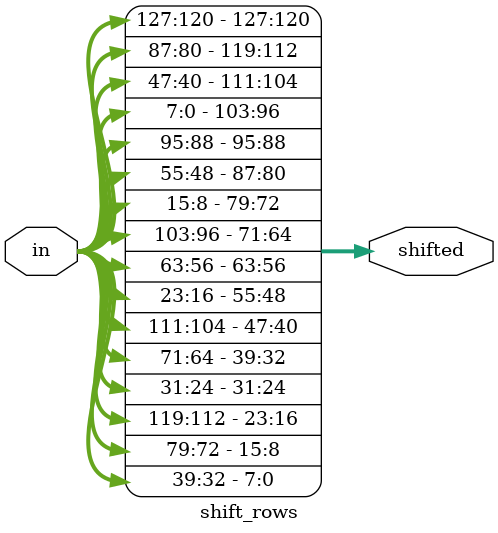
<source format=v>
`timescale 1ns / 1ps


module shift_rows(
    input [127:0]in,
    output [127:0]shifted
    );
    
    //in[127:120] in[95:88] in[63:56] in[31:24]   // Row 0
//in[119:112] in[87:80] in[55:48] in[23:16]   // Row 1
//in[111:104] in[79:72] in[47:40] in[15:8]    // Row 2
//in[103:96]  in[71:64] in[39:32] in[7:0]     // Row 3
    // Row 0: No shift
    assign shifted[127:120] = in[127:120]; // s[0,0]
    assign shifted[95:88]   = in[95:88];   // s[0,1]
    assign shifted[63:56]   = in[63:56];   // s[0,2]
    assign shifted[31:24]   = in[31:24];   // s[0,3]
    
    // Row 1: Left shift by 1 byte
    assign shifted[119:112] = in[87:80];   // s[1,1] → s'[1,0]
    assign shifted[87:80]   = in[55:48];   // s[1,2] → s'[1,1]
    assign shifted[55:48]   = in[23:16];   // s[1,3] → s'[1,2]
    assign shifted[23:16]   = in[119:112]; // s[1,0] → s'[1,3]
    
    // Row 2: Left shift by 2 bytes
    assign shifted[111:104] = in[47:40];   // s[2,2] → s'[2,0]
    assign shifted[79:72]   = in[15:8];    // s[2,3] → s'[2,1]
    assign shifted[47:40]   = in[111:104]; // s[2,0] → s'[2,2]
    assign shifted[15:8]    = in[79:72];   // s[2,1] → s'[2,3]
    
    // Row 3: Left shift by 3 bytes
    assign shifted[103:96]  = in[7:0];     // s[3,3] → s'[3,0]
    assign shifted[71:64]   = in[103:96];  // s[3,0] → s'[3,1]
    assign shifted[39:32]   = in[71:64];   // s[3,1] → s'[3,2]
    assign shifted[7:0]     = in[39:32];   // s[3,2] → s'[3,3]
endmodule

</source>
